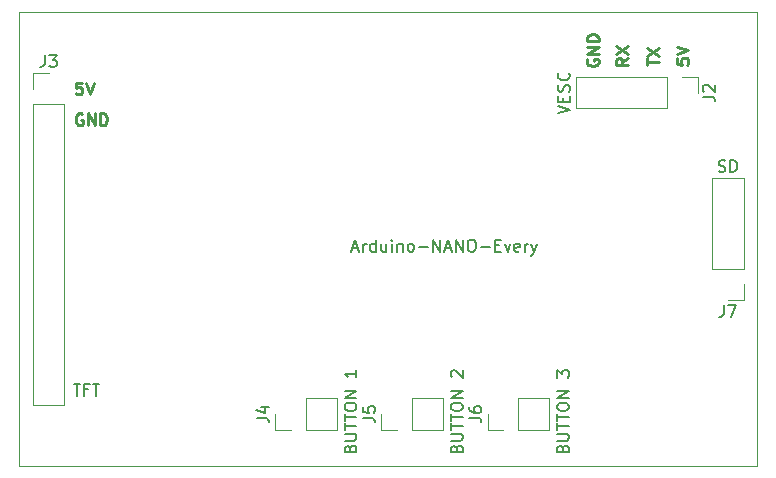
<source format=gbr>
G04 #@! TF.GenerationSoftware,KiCad,Pcbnew,(5.1.5-0-10_14)*
G04 #@! TF.CreationDate,2020-08-05T21:30:17+02:00*
G04 #@! TF.ProjectId,roxie-lcd,726f7869-652d-46c6-9364-2e6b69636164,rev?*
G04 #@! TF.SameCoordinates,Original*
G04 #@! TF.FileFunction,Legend,Top*
G04 #@! TF.FilePolarity,Positive*
%FSLAX46Y46*%
G04 Gerber Fmt 4.6, Leading zero omitted, Abs format (unit mm)*
G04 Created by KiCad (PCBNEW (5.1.5-0-10_14)) date 2020-08-05 21:30:17*
%MOMM*%
%LPD*%
G04 APERTURE LIST*
%ADD10C,0.250000*%
%ADD11C,0.120000*%
%ADD12C,0.150000*%
G04 APERTURE END LIST*
D10*
X83152380Y-34461904D02*
X83152380Y-33890476D01*
X84152380Y-34176190D02*
X83152380Y-34176190D01*
X83152380Y-33652380D02*
X84152380Y-32985714D01*
X83152380Y-32985714D02*
X84152380Y-33652380D01*
X81552380Y-33866666D02*
X81076190Y-34200000D01*
X81552380Y-34438095D02*
X80552380Y-34438095D01*
X80552380Y-34057142D01*
X80600000Y-33961904D01*
X80647619Y-33914285D01*
X80742857Y-33866666D01*
X80885714Y-33866666D01*
X80980952Y-33914285D01*
X81028571Y-33961904D01*
X81076190Y-34057142D01*
X81076190Y-34438095D01*
X80552380Y-33533333D02*
X81552380Y-32866666D01*
X80552380Y-32866666D02*
X81552380Y-33533333D01*
X78100000Y-33961904D02*
X78052380Y-34057142D01*
X78052380Y-34200000D01*
X78100000Y-34342857D01*
X78195238Y-34438095D01*
X78290476Y-34485714D01*
X78480952Y-34533333D01*
X78623809Y-34533333D01*
X78814285Y-34485714D01*
X78909523Y-34438095D01*
X79004761Y-34342857D01*
X79052380Y-34200000D01*
X79052380Y-34104761D01*
X79004761Y-33961904D01*
X78957142Y-33914285D01*
X78623809Y-33914285D01*
X78623809Y-34104761D01*
X79052380Y-33485714D02*
X78052380Y-33485714D01*
X79052380Y-32914285D01*
X78052380Y-32914285D01*
X79052380Y-32438095D02*
X78052380Y-32438095D01*
X78052380Y-32200000D01*
X78100000Y-32057142D01*
X78195238Y-31961904D01*
X78290476Y-31914285D01*
X78480952Y-31866666D01*
X78623809Y-31866666D01*
X78814285Y-31914285D01*
X78909523Y-31961904D01*
X79004761Y-32057142D01*
X79052380Y-32200000D01*
X79052380Y-32438095D01*
X85652380Y-33890476D02*
X85652380Y-34366666D01*
X86128571Y-34414285D01*
X86080952Y-34366666D01*
X86033333Y-34271428D01*
X86033333Y-34033333D01*
X86080952Y-33938095D01*
X86128571Y-33890476D01*
X86223809Y-33842857D01*
X86461904Y-33842857D01*
X86557142Y-33890476D01*
X86604761Y-33938095D01*
X86652380Y-34033333D01*
X86652380Y-34271428D01*
X86604761Y-34366666D01*
X86557142Y-34414285D01*
X85652380Y-33557142D02*
X86652380Y-33223809D01*
X85652380Y-32890476D01*
X35338095Y-38600000D02*
X35242857Y-38552380D01*
X35100000Y-38552380D01*
X34957142Y-38600000D01*
X34861904Y-38695238D01*
X34814285Y-38790476D01*
X34766666Y-38980952D01*
X34766666Y-39123809D01*
X34814285Y-39314285D01*
X34861904Y-39409523D01*
X34957142Y-39504761D01*
X35100000Y-39552380D01*
X35195238Y-39552380D01*
X35338095Y-39504761D01*
X35385714Y-39457142D01*
X35385714Y-39123809D01*
X35195238Y-39123809D01*
X35814285Y-39552380D02*
X35814285Y-38552380D01*
X36385714Y-39552380D01*
X36385714Y-38552380D01*
X36861904Y-39552380D02*
X36861904Y-38552380D01*
X37100000Y-38552380D01*
X37242857Y-38600000D01*
X37338095Y-38695238D01*
X37385714Y-38790476D01*
X37433333Y-38980952D01*
X37433333Y-39123809D01*
X37385714Y-39314285D01*
X37338095Y-39409523D01*
X37242857Y-39504761D01*
X37100000Y-39552380D01*
X36861904Y-39552380D01*
X35309523Y-35952380D02*
X34833333Y-35952380D01*
X34785714Y-36428571D01*
X34833333Y-36380952D01*
X34928571Y-36333333D01*
X35166666Y-36333333D01*
X35261904Y-36380952D01*
X35309523Y-36428571D01*
X35357142Y-36523809D01*
X35357142Y-36761904D01*
X35309523Y-36857142D01*
X35261904Y-36904761D01*
X35166666Y-36952380D01*
X34928571Y-36952380D01*
X34833333Y-36904761D01*
X34785714Y-36857142D01*
X35642857Y-35952380D02*
X35976190Y-36952380D01*
X36309523Y-35952380D01*
D11*
X30000000Y-68400000D02*
X30000000Y-30000000D01*
X92500000Y-68400000D02*
X30000000Y-68400000D01*
X92500000Y-30000000D02*
X92500000Y-68400000D01*
X30000000Y-30000000D02*
X92500000Y-30000000D01*
X91330000Y-54330000D02*
X90000000Y-54330000D01*
X91330000Y-53000000D02*
X91330000Y-54330000D01*
X91330000Y-51730000D02*
X88670000Y-51730000D01*
X88670000Y-51730000D02*
X88670000Y-44050000D01*
X91330000Y-51730000D02*
X91330000Y-44050000D01*
X91330000Y-44050000D02*
X88670000Y-44050000D01*
X69670000Y-65330000D02*
X69670000Y-64000000D01*
X71000000Y-65330000D02*
X69670000Y-65330000D01*
X72270000Y-65330000D02*
X72270000Y-62670000D01*
X72270000Y-62670000D02*
X74870000Y-62670000D01*
X72270000Y-65330000D02*
X74870000Y-65330000D01*
X74870000Y-65330000D02*
X74870000Y-62670000D01*
X60670000Y-65330000D02*
X60670000Y-64000000D01*
X62000000Y-65330000D02*
X60670000Y-65330000D01*
X63270000Y-65330000D02*
X63270000Y-62670000D01*
X63270000Y-62670000D02*
X65870000Y-62670000D01*
X63270000Y-65330000D02*
X65870000Y-65330000D01*
X65870000Y-65330000D02*
X65870000Y-62670000D01*
X51670000Y-65330000D02*
X51670000Y-64000000D01*
X53000000Y-65330000D02*
X51670000Y-65330000D01*
X54270000Y-65330000D02*
X54270000Y-62670000D01*
X54270000Y-62670000D02*
X56870000Y-62670000D01*
X54270000Y-65330000D02*
X56870000Y-65330000D01*
X56870000Y-65330000D02*
X56870000Y-62670000D01*
X31170000Y-35170000D02*
X32500000Y-35170000D01*
X31170000Y-36500000D02*
X31170000Y-35170000D01*
X31170000Y-37770000D02*
X33830000Y-37770000D01*
X33830000Y-37770000D02*
X33830000Y-63230000D01*
X31170000Y-37770000D02*
X31170000Y-63230000D01*
X31170000Y-63230000D02*
X33830000Y-63230000D01*
X87430000Y-35470000D02*
X87430000Y-36800000D01*
X86100000Y-35470000D02*
X87430000Y-35470000D01*
X84830000Y-35470000D02*
X84830000Y-38130000D01*
X84830000Y-38130000D02*
X77150000Y-38130000D01*
X84830000Y-35470000D02*
X77150000Y-35470000D01*
X77150000Y-35470000D02*
X77150000Y-38130000D01*
D12*
X89666666Y-54782380D02*
X89666666Y-55496666D01*
X89619047Y-55639523D01*
X89523809Y-55734761D01*
X89380952Y-55782380D01*
X89285714Y-55782380D01*
X90047619Y-54782380D02*
X90714285Y-54782380D01*
X90285714Y-55782380D01*
X89214285Y-43454761D02*
X89357142Y-43502380D01*
X89595238Y-43502380D01*
X89690476Y-43454761D01*
X89738095Y-43407142D01*
X89785714Y-43311904D01*
X89785714Y-43216666D01*
X89738095Y-43121428D01*
X89690476Y-43073809D01*
X89595238Y-43026190D01*
X89404761Y-42978571D01*
X89309523Y-42930952D01*
X89261904Y-42883333D01*
X89214285Y-42788095D01*
X89214285Y-42692857D01*
X89261904Y-42597619D01*
X89309523Y-42550000D01*
X89404761Y-42502380D01*
X89642857Y-42502380D01*
X89785714Y-42550000D01*
X90214285Y-43502380D02*
X90214285Y-42502380D01*
X90452380Y-42502380D01*
X90595238Y-42550000D01*
X90690476Y-42645238D01*
X90738095Y-42740476D01*
X90785714Y-42930952D01*
X90785714Y-43073809D01*
X90738095Y-43264285D01*
X90690476Y-43359523D01*
X90595238Y-43454761D01*
X90452380Y-43502380D01*
X90214285Y-43502380D01*
X68122380Y-64333333D02*
X68836666Y-64333333D01*
X68979523Y-64380952D01*
X69074761Y-64476190D01*
X69122380Y-64619047D01*
X69122380Y-64714285D01*
X68122380Y-63428571D02*
X68122380Y-63619047D01*
X68170000Y-63714285D01*
X68217619Y-63761904D01*
X68360476Y-63857142D01*
X68550952Y-63904761D01*
X68931904Y-63904761D01*
X69027142Y-63857142D01*
X69074761Y-63809523D01*
X69122380Y-63714285D01*
X69122380Y-63523809D01*
X69074761Y-63428571D01*
X69027142Y-63380952D01*
X68931904Y-63333333D01*
X68693809Y-63333333D01*
X68598571Y-63380952D01*
X68550952Y-63428571D01*
X68503333Y-63523809D01*
X68503333Y-63714285D01*
X68550952Y-63809523D01*
X68598571Y-63857142D01*
X68693809Y-63904761D01*
X76028571Y-66919047D02*
X76076190Y-66776190D01*
X76123809Y-66728571D01*
X76219047Y-66680952D01*
X76361904Y-66680952D01*
X76457142Y-66728571D01*
X76504761Y-66776190D01*
X76552380Y-66871428D01*
X76552380Y-67252380D01*
X75552380Y-67252380D01*
X75552380Y-66919047D01*
X75600000Y-66823809D01*
X75647619Y-66776190D01*
X75742857Y-66728571D01*
X75838095Y-66728571D01*
X75933333Y-66776190D01*
X75980952Y-66823809D01*
X76028571Y-66919047D01*
X76028571Y-67252380D01*
X75552380Y-66252380D02*
X76361904Y-66252380D01*
X76457142Y-66204761D01*
X76504761Y-66157142D01*
X76552380Y-66061904D01*
X76552380Y-65871428D01*
X76504761Y-65776190D01*
X76457142Y-65728571D01*
X76361904Y-65680952D01*
X75552380Y-65680952D01*
X75552380Y-65347619D02*
X75552380Y-64776190D01*
X76552380Y-65061904D02*
X75552380Y-65061904D01*
X75552380Y-64585714D02*
X75552380Y-64014285D01*
X76552380Y-64300000D02*
X75552380Y-64300000D01*
X75552380Y-63490476D02*
X75552380Y-63300000D01*
X75600000Y-63204761D01*
X75695238Y-63109523D01*
X75885714Y-63061904D01*
X76219047Y-63061904D01*
X76409523Y-63109523D01*
X76504761Y-63204761D01*
X76552380Y-63300000D01*
X76552380Y-63490476D01*
X76504761Y-63585714D01*
X76409523Y-63680952D01*
X76219047Y-63728571D01*
X75885714Y-63728571D01*
X75695238Y-63680952D01*
X75600000Y-63585714D01*
X75552380Y-63490476D01*
X76552380Y-62633333D02*
X75552380Y-62633333D01*
X76552380Y-62061904D01*
X75552380Y-62061904D01*
X75552380Y-60919047D02*
X75552380Y-60300000D01*
X75933333Y-60633333D01*
X75933333Y-60490476D01*
X75980952Y-60395238D01*
X76028571Y-60347619D01*
X76123809Y-60300000D01*
X76361904Y-60300000D01*
X76457142Y-60347619D01*
X76504761Y-60395238D01*
X76552380Y-60490476D01*
X76552380Y-60776190D01*
X76504761Y-60871428D01*
X76457142Y-60919047D01*
X59122380Y-64333333D02*
X59836666Y-64333333D01*
X59979523Y-64380952D01*
X60074761Y-64476190D01*
X60122380Y-64619047D01*
X60122380Y-64714285D01*
X59122380Y-63380952D02*
X59122380Y-63857142D01*
X59598571Y-63904761D01*
X59550952Y-63857142D01*
X59503333Y-63761904D01*
X59503333Y-63523809D01*
X59550952Y-63428571D01*
X59598571Y-63380952D01*
X59693809Y-63333333D01*
X59931904Y-63333333D01*
X60027142Y-63380952D01*
X60074761Y-63428571D01*
X60122380Y-63523809D01*
X60122380Y-63761904D01*
X60074761Y-63857142D01*
X60027142Y-63904761D01*
X67028571Y-66919047D02*
X67076190Y-66776190D01*
X67123809Y-66728571D01*
X67219047Y-66680952D01*
X67361904Y-66680952D01*
X67457142Y-66728571D01*
X67504761Y-66776190D01*
X67552380Y-66871428D01*
X67552380Y-67252380D01*
X66552380Y-67252380D01*
X66552380Y-66919047D01*
X66600000Y-66823809D01*
X66647619Y-66776190D01*
X66742857Y-66728571D01*
X66838095Y-66728571D01*
X66933333Y-66776190D01*
X66980952Y-66823809D01*
X67028571Y-66919047D01*
X67028571Y-67252380D01*
X66552380Y-66252380D02*
X67361904Y-66252380D01*
X67457142Y-66204761D01*
X67504761Y-66157142D01*
X67552380Y-66061904D01*
X67552380Y-65871428D01*
X67504761Y-65776190D01*
X67457142Y-65728571D01*
X67361904Y-65680952D01*
X66552380Y-65680952D01*
X66552380Y-65347619D02*
X66552380Y-64776190D01*
X67552380Y-65061904D02*
X66552380Y-65061904D01*
X66552380Y-64585714D02*
X66552380Y-64014285D01*
X67552380Y-64300000D02*
X66552380Y-64300000D01*
X66552380Y-63490476D02*
X66552380Y-63300000D01*
X66600000Y-63204761D01*
X66695238Y-63109523D01*
X66885714Y-63061904D01*
X67219047Y-63061904D01*
X67409523Y-63109523D01*
X67504761Y-63204761D01*
X67552380Y-63300000D01*
X67552380Y-63490476D01*
X67504761Y-63585714D01*
X67409523Y-63680952D01*
X67219047Y-63728571D01*
X66885714Y-63728571D01*
X66695238Y-63680952D01*
X66600000Y-63585714D01*
X66552380Y-63490476D01*
X67552380Y-62633333D02*
X66552380Y-62633333D01*
X67552380Y-62061904D01*
X66552380Y-62061904D01*
X66647619Y-60871428D02*
X66600000Y-60823809D01*
X66552380Y-60728571D01*
X66552380Y-60490476D01*
X66600000Y-60395238D01*
X66647619Y-60347619D01*
X66742857Y-60300000D01*
X66838095Y-60300000D01*
X66980952Y-60347619D01*
X67552380Y-60919047D01*
X67552380Y-60300000D01*
X50122380Y-64333333D02*
X50836666Y-64333333D01*
X50979523Y-64380952D01*
X51074761Y-64476190D01*
X51122380Y-64619047D01*
X51122380Y-64714285D01*
X50455714Y-63428571D02*
X51122380Y-63428571D01*
X50074761Y-63666666D02*
X50789047Y-63904761D01*
X50789047Y-63285714D01*
X58028571Y-66919047D02*
X58076190Y-66776190D01*
X58123809Y-66728571D01*
X58219047Y-66680952D01*
X58361904Y-66680952D01*
X58457142Y-66728571D01*
X58504761Y-66776190D01*
X58552380Y-66871428D01*
X58552380Y-67252380D01*
X57552380Y-67252380D01*
X57552380Y-66919047D01*
X57600000Y-66823809D01*
X57647619Y-66776190D01*
X57742857Y-66728571D01*
X57838095Y-66728571D01*
X57933333Y-66776190D01*
X57980952Y-66823809D01*
X58028571Y-66919047D01*
X58028571Y-67252380D01*
X57552380Y-66252380D02*
X58361904Y-66252380D01*
X58457142Y-66204761D01*
X58504761Y-66157142D01*
X58552380Y-66061904D01*
X58552380Y-65871428D01*
X58504761Y-65776190D01*
X58457142Y-65728571D01*
X58361904Y-65680952D01*
X57552380Y-65680952D01*
X57552380Y-65347619D02*
X57552380Y-64776190D01*
X58552380Y-65061904D02*
X57552380Y-65061904D01*
X57552380Y-64585714D02*
X57552380Y-64014285D01*
X58552380Y-64300000D02*
X57552380Y-64300000D01*
X57552380Y-63490476D02*
X57552380Y-63300000D01*
X57600000Y-63204761D01*
X57695238Y-63109523D01*
X57885714Y-63061904D01*
X58219047Y-63061904D01*
X58409523Y-63109523D01*
X58504761Y-63204761D01*
X58552380Y-63300000D01*
X58552380Y-63490476D01*
X58504761Y-63585714D01*
X58409523Y-63680952D01*
X58219047Y-63728571D01*
X57885714Y-63728571D01*
X57695238Y-63680952D01*
X57600000Y-63585714D01*
X57552380Y-63490476D01*
X58552380Y-62633333D02*
X57552380Y-62633333D01*
X58552380Y-62061904D01*
X57552380Y-62061904D01*
X58552380Y-60300000D02*
X58552380Y-60871428D01*
X58552380Y-60585714D02*
X57552380Y-60585714D01*
X57695238Y-60680952D01*
X57790476Y-60776190D01*
X57838095Y-60871428D01*
X32166666Y-33622380D02*
X32166666Y-34336666D01*
X32119047Y-34479523D01*
X32023809Y-34574761D01*
X31880952Y-34622380D01*
X31785714Y-34622380D01*
X32547619Y-33622380D02*
X33166666Y-33622380D01*
X32833333Y-34003333D01*
X32976190Y-34003333D01*
X33071428Y-34050952D01*
X33119047Y-34098571D01*
X33166666Y-34193809D01*
X33166666Y-34431904D01*
X33119047Y-34527142D01*
X33071428Y-34574761D01*
X32976190Y-34622380D01*
X32690476Y-34622380D01*
X32595238Y-34574761D01*
X32547619Y-34527142D01*
X34604761Y-61452380D02*
X35176190Y-61452380D01*
X34890476Y-62452380D02*
X34890476Y-61452380D01*
X35842857Y-61928571D02*
X35509523Y-61928571D01*
X35509523Y-62452380D02*
X35509523Y-61452380D01*
X35985714Y-61452380D01*
X36223809Y-61452380D02*
X36795238Y-61452380D01*
X36509523Y-62452380D02*
X36509523Y-61452380D01*
X87882380Y-37133333D02*
X88596666Y-37133333D01*
X88739523Y-37180952D01*
X88834761Y-37276190D01*
X88882380Y-37419047D01*
X88882380Y-37514285D01*
X87977619Y-36704761D02*
X87930000Y-36657142D01*
X87882380Y-36561904D01*
X87882380Y-36323809D01*
X87930000Y-36228571D01*
X87977619Y-36180952D01*
X88072857Y-36133333D01*
X88168095Y-36133333D01*
X88310952Y-36180952D01*
X88882380Y-36752380D01*
X88882380Y-36133333D01*
X75602380Y-38561904D02*
X76602380Y-38228571D01*
X75602380Y-37895238D01*
X76078571Y-37561904D02*
X76078571Y-37228571D01*
X76602380Y-37085714D02*
X76602380Y-37561904D01*
X75602380Y-37561904D01*
X75602380Y-37085714D01*
X76554761Y-36704761D02*
X76602380Y-36561904D01*
X76602380Y-36323809D01*
X76554761Y-36228571D01*
X76507142Y-36180952D01*
X76411904Y-36133333D01*
X76316666Y-36133333D01*
X76221428Y-36180952D01*
X76173809Y-36228571D01*
X76126190Y-36323809D01*
X76078571Y-36514285D01*
X76030952Y-36609523D01*
X75983333Y-36657142D01*
X75888095Y-36704761D01*
X75792857Y-36704761D01*
X75697619Y-36657142D01*
X75650000Y-36609523D01*
X75602380Y-36514285D01*
X75602380Y-36276190D01*
X75650000Y-36133333D01*
X76507142Y-35133333D02*
X76554761Y-35180952D01*
X76602380Y-35323809D01*
X76602380Y-35419047D01*
X76554761Y-35561904D01*
X76459523Y-35657142D01*
X76364285Y-35704761D01*
X76173809Y-35752380D01*
X76030952Y-35752380D01*
X75840476Y-35704761D01*
X75745238Y-35657142D01*
X75650000Y-35561904D01*
X75602380Y-35419047D01*
X75602380Y-35323809D01*
X75650000Y-35180952D01*
X75697619Y-35133333D01*
X58214285Y-49966666D02*
X58690476Y-49966666D01*
X58119047Y-50252380D02*
X58452380Y-49252380D01*
X58785714Y-50252380D01*
X59119047Y-50252380D02*
X59119047Y-49585714D01*
X59119047Y-49776190D02*
X59166666Y-49680952D01*
X59214285Y-49633333D01*
X59309523Y-49585714D01*
X59404761Y-49585714D01*
X60166666Y-50252380D02*
X60166666Y-49252380D01*
X60166666Y-50204761D02*
X60071428Y-50252380D01*
X59880952Y-50252380D01*
X59785714Y-50204761D01*
X59738095Y-50157142D01*
X59690476Y-50061904D01*
X59690476Y-49776190D01*
X59738095Y-49680952D01*
X59785714Y-49633333D01*
X59880952Y-49585714D01*
X60071428Y-49585714D01*
X60166666Y-49633333D01*
X61071428Y-49585714D02*
X61071428Y-50252380D01*
X60642857Y-49585714D02*
X60642857Y-50109523D01*
X60690476Y-50204761D01*
X60785714Y-50252380D01*
X60928571Y-50252380D01*
X61023809Y-50204761D01*
X61071428Y-50157142D01*
X61547619Y-50252380D02*
X61547619Y-49585714D01*
X61547619Y-49252380D02*
X61500000Y-49300000D01*
X61547619Y-49347619D01*
X61595238Y-49300000D01*
X61547619Y-49252380D01*
X61547619Y-49347619D01*
X62023809Y-49585714D02*
X62023809Y-50252380D01*
X62023809Y-49680952D02*
X62071428Y-49633333D01*
X62166666Y-49585714D01*
X62309523Y-49585714D01*
X62404761Y-49633333D01*
X62452380Y-49728571D01*
X62452380Y-50252380D01*
X63071428Y-50252380D02*
X62976190Y-50204761D01*
X62928571Y-50157142D01*
X62880952Y-50061904D01*
X62880952Y-49776190D01*
X62928571Y-49680952D01*
X62976190Y-49633333D01*
X63071428Y-49585714D01*
X63214285Y-49585714D01*
X63309523Y-49633333D01*
X63357142Y-49680952D01*
X63404761Y-49776190D01*
X63404761Y-50061904D01*
X63357142Y-50157142D01*
X63309523Y-50204761D01*
X63214285Y-50252380D01*
X63071428Y-50252380D01*
X63833333Y-49871428D02*
X64595238Y-49871428D01*
X65071428Y-50252380D02*
X65071428Y-49252380D01*
X65642857Y-50252380D01*
X65642857Y-49252380D01*
X66071428Y-49966666D02*
X66547619Y-49966666D01*
X65976190Y-50252380D02*
X66309523Y-49252380D01*
X66642857Y-50252380D01*
X66976190Y-50252380D02*
X66976190Y-49252380D01*
X67547619Y-50252380D01*
X67547619Y-49252380D01*
X68214285Y-49252380D02*
X68404761Y-49252380D01*
X68500000Y-49300000D01*
X68595238Y-49395238D01*
X68642857Y-49585714D01*
X68642857Y-49919047D01*
X68595238Y-50109523D01*
X68500000Y-50204761D01*
X68404761Y-50252380D01*
X68214285Y-50252380D01*
X68119047Y-50204761D01*
X68023809Y-50109523D01*
X67976190Y-49919047D01*
X67976190Y-49585714D01*
X68023809Y-49395238D01*
X68119047Y-49300000D01*
X68214285Y-49252380D01*
X69071428Y-49871428D02*
X69833333Y-49871428D01*
X70309523Y-49728571D02*
X70642857Y-49728571D01*
X70785714Y-50252380D02*
X70309523Y-50252380D01*
X70309523Y-49252380D01*
X70785714Y-49252380D01*
X71119047Y-49585714D02*
X71357142Y-50252380D01*
X71595238Y-49585714D01*
X72357142Y-50204761D02*
X72261904Y-50252380D01*
X72071428Y-50252380D01*
X71976190Y-50204761D01*
X71928571Y-50109523D01*
X71928571Y-49728571D01*
X71976190Y-49633333D01*
X72071428Y-49585714D01*
X72261904Y-49585714D01*
X72357142Y-49633333D01*
X72404761Y-49728571D01*
X72404761Y-49823809D01*
X71928571Y-49919047D01*
X72833333Y-50252380D02*
X72833333Y-49585714D01*
X72833333Y-49776190D02*
X72880952Y-49680952D01*
X72928571Y-49633333D01*
X73023809Y-49585714D01*
X73119047Y-49585714D01*
X73357142Y-49585714D02*
X73595238Y-50252380D01*
X73833333Y-49585714D02*
X73595238Y-50252380D01*
X73500000Y-50490476D01*
X73452380Y-50538095D01*
X73357142Y-50585714D01*
M02*

</source>
